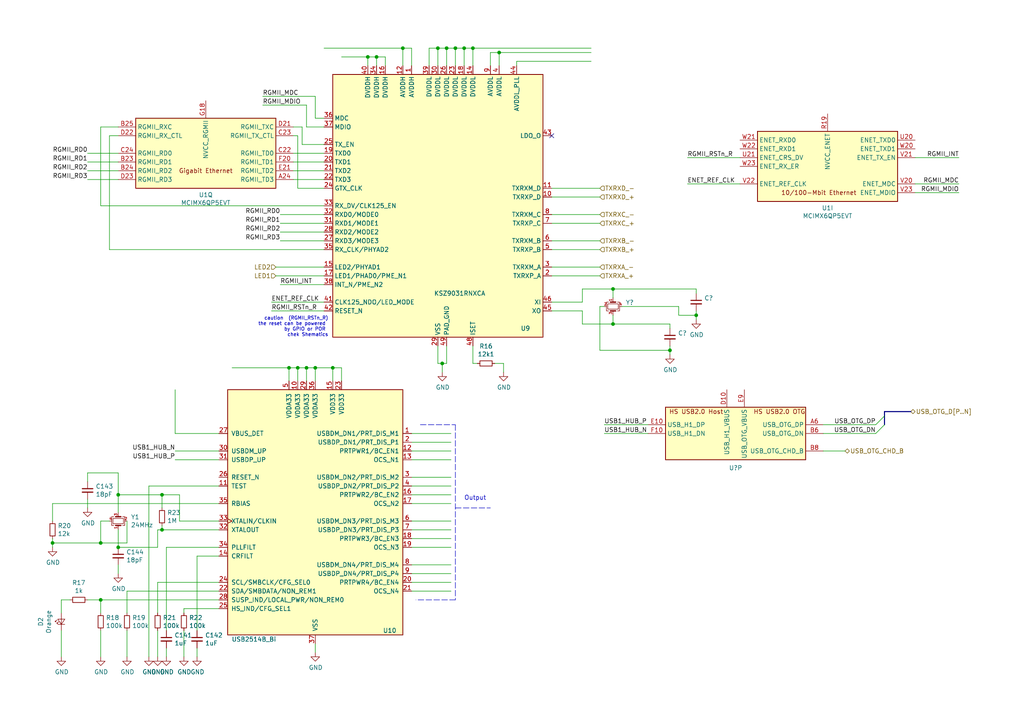
<source format=kicad_sch>
(kicad_sch (version 20211123) (generator eeschema)
  (paper "A4")
  (junction (at 29.21 173.99))
  (junction (at 134.62 13.97))
  (junction (at 132.08 13.97))
  (junction (at 29.21 157.48))
  (junction (at 116.84 13.97))
  (junction (at 46.99 153.67))
  (junction (at 194.31 101.6))
  (junction (at 137.16 13.97))
  (junction (at 88.9 106.68))
  (junction (at 109.22 16.51))
  (junction (at 129.54 13.97))
  (junction (at 86.36 106.68))
  (junction (at 96.52 106.68))
  (junction (at 127 13.97))
  (junction (at 177.8 83.82))
  (junction (at 34.29 158.75))
  (junction (at 201.93 91.44))
  (junction (at 177.8 93.98))
  (junction (at 15.24 157.48))
  (junction (at 144.78 15.24))
  (junction (at 91.44 106.68))
  (junction (at 34.29 143.51))
  (junction (at 106.68 16.51))
  (junction (at 83.82 106.68))
  (junction (at 128.27 105.41))
  (junction (at 46.99 143.51))
  (no_connect (at 160.02 39.37))
  (bus_entry (at 254 125.73) (size 2.54 -2.54))
  (bus_entry (at 254 123.19) (size 2.54 -2.54))
  (wire (pts (xy 83.82 106.68) (xy 67.31 106.68)))
  (bus (pts (xy 256.54 120.65) (xy 256.54 123.19)))
  (wire (pts (xy 144.78 19.05) (xy 144.78 15.24)))
  (wire (pts (xy 31.75 39.37) (xy 31.75 72.39)))
  (wire (pts (xy 93.98 82.55) (xy 81.28 82.55)))
  (wire (pts (xy 34.29 143.51) (xy 34.29 137.16)))
  (wire (pts (xy 134.62 19.05) (xy 134.62 13.97)))
  (wire (pts (xy 25.4 147.32) (xy 25.4 144.78)))
  (wire (pts (xy 119.38 163.83) (xy 130.81 163.83)))
  (wire (pts (xy 25.4 137.16) (xy 25.4 139.7)))
  (wire (pts (xy 34.29 166.37) (xy 34.29 163.83)))
  (wire (pts (xy 34.29 153.67) (xy 34.29 158.75)))
  (wire (pts (xy 63.5 161.29) (xy 57.15 161.29)))
  (wire (pts (xy 124.46 19.05) (xy 124.46 13.97)))
  (bus (pts (xy 256.54 119.38) (xy 264.16 119.38)))
  (wire (pts (xy 91.44 27.94) (xy 91.44 34.29)))
  (wire (pts (xy 265.43 45.72) (xy 278.13 45.72)))
  (wire (pts (xy 196.85 91.44) (xy 201.93 91.44)))
  (wire (pts (xy 17.78 177.8) (xy 17.78 173.99)))
  (wire (pts (xy 129.54 19.05) (xy 129.54 13.97)))
  (wire (pts (xy 119.38 128.27) (xy 130.81 128.27)))
  (wire (pts (xy 160.02 54.61) (xy 173.99 54.61)))
  (wire (pts (xy 91.44 106.68) (xy 91.44 110.49)))
  (wire (pts (xy 132.08 19.05) (xy 132.08 13.97)))
  (wire (pts (xy 119.38 166.37) (xy 130.81 166.37)))
  (wire (pts (xy 119.38 171.45) (xy 130.81 171.45)))
  (wire (pts (xy 187.96 125.73) (xy 175.26 125.73)))
  (wire (pts (xy 87.63 41.91) (xy 87.63 36.83)))
  (wire (pts (xy 201.93 91.44) (xy 201.93 90.17)))
  (wire (pts (xy 127 105.41) (xy 128.27 105.41)))
  (wire (pts (xy 45.72 190.5) (xy 45.72 182.88)))
  (wire (pts (xy 119.38 140.97) (xy 130.81 140.97)))
  (wire (pts (xy 45.72 177.8) (xy 45.72 168.91)))
  (wire (pts (xy 29.21 36.83) (xy 34.29 36.83)))
  (wire (pts (xy 78.74 87.63) (xy 93.98 87.63)))
  (wire (pts (xy 119.38 13.97) (xy 116.84 13.97)))
  (wire (pts (xy 238.76 130.81) (xy 245.11 130.81)))
  (wire (pts (xy 93.98 67.31) (xy 81.28 67.31)))
  (wire (pts (xy 88.9 36.83) (xy 88.9 30.48)))
  (wire (pts (xy 180.34 88.9) (xy 196.85 88.9)))
  (wire (pts (xy 194.31 93.98) (xy 194.31 95.25)))
  (polyline (pts (xy 132.08 123.19) (xy 132.08 173.99)))
  (wire (pts (xy 36.83 171.45) (xy 63.5 171.45)))
  (wire (pts (xy 29.21 190.5) (xy 29.21 182.88)))
  (wire (pts (xy 15.24 158.75) (xy 15.24 157.48)))
  (wire (pts (xy 34.29 39.37) (xy 31.75 39.37)))
  (wire (pts (xy 63.5 176.53) (xy 53.34 176.53)))
  (wire (pts (xy 127 100.33) (xy 127 105.41)))
  (wire (pts (xy 119.38 19.05) (xy 119.38 13.97)))
  (wire (pts (xy 93.98 62.23) (xy 81.28 62.23)))
  (wire (pts (xy 177.8 93.98) (xy 194.31 93.98)))
  (wire (pts (xy 46.99 152.4) (xy 46.99 153.67)))
  (wire (pts (xy 15.24 157.48) (xy 15.24 156.21)))
  (wire (pts (xy 93.98 46.99) (xy 85.09 46.99)))
  (wire (pts (xy 119.38 168.91) (xy 130.81 168.91)))
  (wire (pts (xy 15.24 146.05) (xy 15.24 151.13)))
  (wire (pts (xy 201.93 83.82) (xy 201.93 85.09)))
  (wire (pts (xy 88.9 110.49) (xy 88.9 106.68)))
  (wire (pts (xy 93.98 80.01) (xy 80.01 80.01)))
  (wire (pts (xy 17.78 173.99) (xy 20.32 173.99)))
  (wire (pts (xy 93.98 36.83) (xy 88.9 36.83)))
  (wire (pts (xy 238.76 123.19) (xy 254 123.19)))
  (wire (pts (xy 36.83 151.13) (xy 36.83 157.48)))
  (wire (pts (xy 34.29 49.53) (xy 25.4 49.53)))
  (wire (pts (xy 86.36 54.61) (xy 93.98 54.61)))
  (wire (pts (xy 111.76 19.05) (xy 111.76 16.51)))
  (wire (pts (xy 143.51 105.41) (xy 146.05 105.41)))
  (wire (pts (xy 25.4 173.99) (xy 29.21 173.99)))
  (wire (pts (xy 76.2 30.48) (xy 88.9 30.48)))
  (wire (pts (xy 83.82 110.49) (xy 83.82 106.68)))
  (wire (pts (xy 34.29 44.45) (xy 25.4 44.45)))
  (wire (pts (xy 34.29 143.51) (xy 34.29 148.59)))
  (wire (pts (xy 119.38 153.67) (xy 130.81 153.67)))
  (wire (pts (xy 168.91 93.98) (xy 177.8 93.98)))
  (wire (pts (xy 128.27 107.95) (xy 128.27 105.41)))
  (wire (pts (xy 45.72 168.91) (xy 63.5 168.91)))
  (wire (pts (xy 81.28 69.85) (xy 93.98 69.85)))
  (wire (pts (xy 127 13.97) (xy 129.54 13.97)))
  (wire (pts (xy 137.16 13.97) (xy 171.45 13.97)))
  (wire (pts (xy 63.5 125.73) (xy 50.8 125.73)))
  (wire (pts (xy 160.02 57.15) (xy 173.99 57.15)))
  (wire (pts (xy 85.09 44.45) (xy 93.98 44.45)))
  (wire (pts (xy 93.98 52.07) (xy 85.09 52.07)))
  (wire (pts (xy 96.52 110.49) (xy 96.52 106.68)))
  (wire (pts (xy 53.34 190.5) (xy 53.34 182.88)))
  (wire (pts (xy 52.07 143.51) (xy 46.99 143.51)))
  (wire (pts (xy 137.16 19.05) (xy 137.16 13.97)))
  (wire (pts (xy 45.72 153.67) (xy 45.72 158.75)))
  (wire (pts (xy 31.75 151.13) (xy 29.21 151.13)))
  (wire (pts (xy 57.15 161.29) (xy 57.15 182.88)))
  (wire (pts (xy 119.38 151.13) (xy 130.81 151.13)))
  (wire (pts (xy 265.43 53.34) (xy 278.13 53.34)))
  (wire (pts (xy 199.39 45.72) (xy 214.63 45.72)))
  (wire (pts (xy 187.96 123.19) (xy 175.26 123.19)))
  (wire (pts (xy 134.62 13.97) (xy 137.16 13.97)))
  (wire (pts (xy 175.26 88.9) (xy 173.99 88.9)))
  (wire (pts (xy 46.99 143.51) (xy 34.29 143.51)))
  (wire (pts (xy 85.09 39.37) (xy 86.36 39.37)))
  (wire (pts (xy 177.8 91.44) (xy 177.8 93.98)))
  (wire (pts (xy 45.72 153.67) (xy 46.99 153.67)))
  (wire (pts (xy 194.31 101.6) (xy 194.31 100.33)))
  (wire (pts (xy 160.02 90.17) (xy 168.91 90.17)))
  (wire (pts (xy 132.08 13.97) (xy 134.62 13.97)))
  (wire (pts (xy 31.75 72.39) (xy 93.98 72.39)))
  (wire (pts (xy 129.54 100.33) (xy 129.54 105.41)))
  (wire (pts (xy 46.99 153.67) (xy 63.5 153.67)))
  (wire (pts (xy 29.21 59.69) (xy 29.21 36.83)))
  (wire (pts (xy 34.29 46.99) (xy 25.4 46.99)))
  (wire (pts (xy 196.85 88.9) (xy 196.85 91.44)))
  (wire (pts (xy 85.09 49.53) (xy 93.98 49.53)))
  (wire (pts (xy 48.26 158.75) (xy 63.5 158.75)))
  (wire (pts (xy 177.8 86.36) (xy 177.8 83.82)))
  (wire (pts (xy 160.02 72.39) (xy 173.99 72.39)))
  (wire (pts (xy 119.38 138.43) (xy 130.81 138.43)))
  (wire (pts (xy 160.02 64.77) (xy 173.99 64.77)))
  (wire (pts (xy 106.68 19.05) (xy 106.68 16.51)))
  (wire (pts (xy 29.21 151.13) (xy 29.21 157.48)))
  (wire (pts (xy 52.07 151.13) (xy 52.07 143.51)))
  (wire (pts (xy 116.84 19.05) (xy 116.84 13.97)))
  (wire (pts (xy 29.21 173.99) (xy 63.5 173.99)))
  (wire (pts (xy 168.91 83.82) (xy 177.8 83.82)))
  (wire (pts (xy 160.02 69.85) (xy 173.99 69.85)))
  (wire (pts (xy 86.36 110.49) (xy 86.36 106.68)))
  (wire (pts (xy 36.83 190.5) (xy 36.83 182.88)))
  (wire (pts (xy 124.46 13.97) (xy 127 13.97)))
  (wire (pts (xy 238.76 125.73) (xy 254 125.73)))
  (wire (pts (xy 127 19.05) (xy 127 13.97)))
  (wire (pts (xy 83.82 106.68) (xy 86.36 106.68)))
  (wire (pts (xy 34.29 52.07) (xy 25.4 52.07)))
  (wire (pts (xy 91.44 34.29) (xy 93.98 34.29)))
  (wire (pts (xy 81.28 64.77) (xy 93.98 64.77)))
  (wire (pts (xy 29.21 157.48) (xy 15.24 157.48)))
  (wire (pts (xy 109.22 19.05) (xy 109.22 16.51)))
  (wire (pts (xy 29.21 177.8) (xy 29.21 173.99)))
  (wire (pts (xy 137.16 100.33) (xy 137.16 105.41)))
  (wire (pts (xy 168.91 87.63) (xy 168.91 83.82)))
  (wire (pts (xy 96.52 106.68) (xy 91.44 106.68)))
  (wire (pts (xy 142.24 15.24) (xy 144.78 15.24)))
  (wire (pts (xy 63.5 133.35) (xy 50.8 133.35)))
  (wire (pts (xy 119.38 158.75) (xy 130.81 158.75)))
  (wire (pts (xy 173.99 101.6) (xy 194.31 101.6)))
  (wire (pts (xy 119.38 156.21) (xy 130.81 156.21)))
  (wire (pts (xy 160.02 77.47) (xy 173.99 77.47)))
  (wire (pts (xy 88.9 106.68) (xy 91.44 106.68)))
  (wire (pts (xy 57.15 190.5) (xy 57.15 187.96)))
  (wire (pts (xy 87.63 41.91) (xy 93.98 41.91)))
  (polyline (pts (xy 132.08 173.99) (xy 120.65 173.99)))
  (polyline (pts (xy 121.92 123.19) (xy 132.08 123.19)))
  (wire (pts (xy 50.8 125.73) (xy 50.8 113.03)))
  (wire (pts (xy 63.5 146.05) (xy 15.24 146.05)))
  (wire (pts (xy 85.09 36.83) (xy 87.63 36.83)))
  (wire (pts (xy 142.24 19.05) (xy 142.24 15.24)))
  (wire (pts (xy 106.68 16.51) (xy 99.06 16.51)))
  (wire (pts (xy 34.29 137.16) (xy 25.4 137.16)))
  (wire (pts (xy 128.27 105.41) (xy 129.54 105.41)))
  (wire (pts (xy 278.13 55.88) (xy 265.43 55.88)))
  (wire (pts (xy 48.26 190.5) (xy 48.26 187.96)))
  (polyline (pts (xy 132.08 147.32) (xy 142.24 147.32)))
  (wire (pts (xy 76.2 27.94) (xy 91.44 27.94)))
  (wire (pts (xy 63.5 140.97) (xy 43.18 140.97)))
  (wire (pts (xy 63.5 151.13) (xy 52.07 151.13)))
  (wire (pts (xy 149.86 17.78) (xy 171.45 17.78)))
  (wire (pts (xy 17.78 190.5) (xy 17.78 182.88)))
  (wire (pts (xy 46.99 147.32) (xy 46.99 143.51)))
  (wire (pts (xy 86.36 39.37) (xy 86.36 54.61)))
  (wire (pts (xy 160.02 80.01) (xy 173.99 80.01)))
  (wire (pts (xy 149.86 19.05) (xy 149.86 17.78)))
  (wire (pts (xy 78.74 90.17) (xy 93.98 90.17)))
  (wire (pts (xy 173.99 88.9) (xy 173.99 101.6)))
  (wire (pts (xy 48.26 182.88) (xy 48.26 158.75)))
  (wire (pts (xy 86.36 106.68) (xy 88.9 106.68)))
  (wire (pts (xy 194.31 102.87) (xy 194.31 101.6)))
  (wire (pts (xy 119.38 130.81) (xy 130.81 130.81)))
  (wire (pts (xy 93.98 59.69) (xy 29.21 59.69)))
  (wire (pts (xy 199.39 53.34) (xy 214.63 53.34)))
  (wire (pts (xy 129.54 13.97) (xy 132.08 13.97)))
  (wire (pts (xy 137.16 105.41) (xy 138.43 105.41)))
  (wire (pts (xy 93.98 77.47) (xy 80.01 77.47)))
  (wire (pts (xy 34.29 158.75) (xy 45.72 158.75)))
  (wire (pts (xy 63.5 130.81) (xy 50.8 130.81)))
  (wire (pts (xy 160.02 87.63) (xy 168.91 87.63)))
  (wire (pts (xy 91.44 189.23) (xy 91.44 186.69)))
  (wire (pts (xy 168.91 90.17) (xy 168.91 93.98)))
  (wire (pts (xy 99.06 106.68) (xy 96.52 106.68)))
  (bus (pts (xy 256.54 119.38) (xy 256.54 120.65)))
  (wire (pts (xy 36.83 177.8) (xy 36.83 171.45)))
  (wire (pts (xy 116.84 13.97) (xy 93.98 13.97)))
  (wire (pts (xy 36.83 157.48) (xy 29.21 157.48)))
  (wire (pts (xy 111.76 16.51) (xy 109.22 16.51)))
  (wire (pts (xy 119.38 125.73) (xy 130.81 125.73)))
  (wire (pts (xy 119.38 146.05) (xy 130.81 146.05)))
  (wire (pts (xy 201.93 92.71) (xy 201.93 91.44)))
  (wire (pts (xy 144.78 15.24) (xy 171.45 15.24)))
  (wire (pts (xy 146.05 107.95) (xy 146.05 105.41)))
  (wire (pts (xy 109.22 16.51) (xy 106.68 16.51)))
  (wire (pts (xy 53.34 176.53) (xy 53.34 177.8)))
  (wire (pts (xy 119.38 133.35) (xy 130.81 133.35)))
  (wire (pts (xy 177.8 83.82) (xy 201.93 83.82)))
  (wire (pts (xy 119.38 143.51) (xy 130.81 143.51)))
  (wire (pts (xy 43.18 140.97) (xy 43.18 190.5)))
  (wire (pts (xy 160.02 62.23) (xy 173.99 62.23)))
  (wire (pts (xy 99.06 110.49) (xy 99.06 106.68)))
  (text "caution  (RGMII_RSTn_R)\nthe reset can be powered \nby GPIO or POR \nchek Shematics" (at 95.25 97.79 180) (effects (font (size 0.9906 0.9906)) (justify right bottom)))
  (text "Output\n\n" (at 134.62 147.32 0) (effects (font (size 1.27 1.27)) (justify left bottom)))
  (label "RGMII_MDC" (at 76.2 27.94 0))
  (label "USB1_HUB_N" (at 175.26 125.73 0))
  (label "RGMII_RSTn_R" (at 199.39 45.72 0))
  (label "USB_OTG_DP" (at 254 123.19 180))
  (label "RGMII_RD3" (at 25.4 52.07 180))
  (label "USB_OTG_DN" (at 254 125.73 180))
  (label "RGMII_RD0" (at 81.28 62.23 180))
  (label "RGMII_RD1" (at 81.28 64.77 180))
  (label "RGMII_MDC" (at 278.13 53.34 180))
  (label "RGMII_RD0" (at 25.4 44.45 180))
  (label "ENET_REF_CLK" (at 78.74 87.63 0))
  (label "RGMII_MDIO" (at 76.2 30.48 0))
  (label "RGMII_MDIO" (at 278.13 55.88 180))
  (label "ENET_REF_CLK" (at 199.39 53.34 0))
  (label "USB1_HUB_N" (at 50.8 130.81 180))
  (label "RGMII_RSTn_R" (at 78.74 90.17 0))
  (label "USB1_HUB_P" (at 175.26 123.19 0))
  (label "RGMII_INT" (at 81.28 82.55 0))
  (label "USB1_HUB_P" (at 50.8 133.35 180))
  (label "RGMII_RD2" (at 81.28 67.31 180))
  (label "RGMII_RD1" (at 25.4 46.99 180))
  (label "RGMII_RD3" (at 81.28 69.85 180))
  (label "RGMII_RD2" (at 25.4 49.53 180))
  (label "RGMII_INT" (at 278.13 45.72 180))
  (hierarchical_label "USB_OTG_CHD_B" (shape bidirectional) (at 245.11 130.81 0))
  (hierarchical_label "TXRXD_-" (shape input) (at 173.99 54.61 0))
  (hierarchical_label "LED2" (shape input) (at 80.01 77.47 180))
  (hierarchical_label "TXRXA_-" (shape input) (at 173.99 77.47 0))
  (hierarchical_label "TXRXA_+" (shape input) (at 173.99 80.01 0))
  (hierarchical_label "TXRXB_+" (shape input) (at 173.99 72.39 0))
  (hierarchical_label "LED1" (shape input) (at 80.01 80.01 180))
  (hierarchical_label "TXRXD_+" (shape input) (at 173.99 57.15 0))
  (hierarchical_label "TXRXC_-" (shape input) (at 173.99 62.23 0))
  (hierarchical_label "TXRXB_-" (shape input) (at 173.99 69.85 0))
  (hierarchical_label "USB_OTG_D[P..N]" (shape bidirectional) (at 264.16 119.38 0))
  (hierarchical_label "TXRXC_+" (shape input) (at 173.99 64.77 0))
  (symbol (lib_id "IMXDesign-rescue:MCIMX6QP5EVT-CPU_NXP_IMX") (at 240.03 48.26 0) (unit 9)
    (property "Reference" "U1" (at 240.03 60.325 0))
    (property "Value" "MCIMX6QP5EVT" (at 240.03 62.6364 0))
    (property "Footprint" "Package_BGA:BGA-624_21.0x21.0mm_Layout25x25_P0.8mm" (effects hide))
    (property "Datasheet" "https://www.nxp.com/docs/en/data-sheet/IMX6DQPCEC.pdf" (effects hide))
  )
  (symbol (lib_id "IMXDesign-rescue:MCIMX6QP5EVT-CPU_NXP_IMX") (at 213.36 125.73 0) (unit 16)
    (property "Reference" "U?" (at 213.36 135.7122 0))
    (property "Datasheet" "https://www.nxp.com/docs/en/data-sheet/IMX6DQPCEC.pdf" (effects hide))
  )
  (symbol (lib_id "IMXDesign-rescue:MCIMX6QP5EVT-CPU_NXP_IMX") (at 59.69 44.45 0) (unit 17)
    (property "Reference" "U1" (at 59.69 56.515 0))
    (property "Value" "MCIMX6QP5EVT" (at 59.69 58.8264 0))
    (property "Footprint" "Package_BGA:BGA-624_21.0x21.0mm_Layout25x25_P0.8mm" (effects hide))
    (property "Datasheet" "https://www.nxp.com/docs/en/data-sheet/IMX6DQPCEC.pdf" (effects hide))
  )
  (symbol (lib_id "IMXDesign-rescue:KSZ9031RNXCA-Interface_Ethernet") (at 127 59.69 0) (unit 1)
    (property "Reference" "U9" (at 152.4 95.25 0))
    (property "Value" "KSZ9031RNXCA" (at 133.35 85.09 0))
    (property "Footprint" "Package_DFN_QFN:QFN-48-1EP_7x7mm_P0.5mm_EP5.15x5.15mm" (effects hide))
    (property "Datasheet" "http://ww1.microchip.com/downloads/en/DeviceDoc/00002117C.pdf" (effects hide))
  )
  (symbol (lib_id "IMXDesign-rescue:GND-power") (at 91.44 189.23 0) (unit 1)
    (property "Reference" "#PWR0201" (effects hide))
    (property "Value" "GND" (at 91.567 193.6242 0))
  )
  (symbol (lib_id "IMXDesign-rescue:GND-power") (at 128.27 107.95 0) (unit 1)
    (property "Reference" "#PWR0199" (effects hide))
    (property "Value" "GND" (at 128.397 112.3442 0))
  )
  (symbol (lib_id "IMXDesign-rescue:R_Small-Device") (at 140.97 105.41 90) (unit 1)
    (property "Reference" "R16" (at 140.97 100.4316 90))
    (property "Value" "12k1" (at 140.97 102.743 90))
    (property "Footprint" "Resistor_SMD:R_0201_0603Metric" (effects hide))
  )
  (symbol (lib_id "IMXDesign-rescue:GND-power") (at 146.05 107.95 0) (unit 1)
    (property "Reference" "#PWR0200" (effects hide))
    (property "Value" "GND" (at 146.177 112.3442 0))
  )
  (symbol (lib_id "IMXDesign-rescue:USB2514B_Bi-Interface_USB") (at 91.44 148.59 0) (unit 1)
    (property "Reference" "U10" (at 113.03 182.88 0))
    (property "Value" "USB2514B_Bi" (at 73.66 185.42 0))
    (property "Footprint" "Package_DFN_QFN:QFN-36-1EP_6x6mm_P0.5mm_EP3.7x3.7mm" (effects hide))
    (property "Datasheet" "http://ww1.microchip.com/downloads/en/DeviceDoc/00001692C.pdf" (effects hide))
  )
  (symbol (lib_id "IMXDesign-rescue:C_Small-Device") (at 57.15 185.42 0) (unit 1)
    (property "Reference" "C142" (at 59.4868 184.2516 0) (effects (justify left)))
    (property "Value" "1uF" (at 59.4868 186.563 0) (effects (justify left)))
    (property "Footprint" "Capacitor_SMD:C_0402_1005Metric" (effects hide))
  )
  (symbol (lib_id "IMXDesign-rescue:C_Small-Device") (at 48.26 185.42 0) (unit 1)
    (property "Reference" "C141" (at 50.5968 184.2516 0) (effects (justify left)))
    (property "Value" "1uF" (at 50.5968 186.563 0) (effects (justify left)))
    (property "Footprint" "Capacitor_SMD:C_0402_1005Metric" (effects hide))
  )
  (symbol (lib_id "IMXDesign-rescue:GND-power") (at 57.15 190.5 0) (unit 1)
    (property "Reference" "#PWR0202" (effects hide))
    (property "Value" "GND" (at 57.277 194.8942 0))
  )
  (symbol (lib_id "IMXDesign-rescue:GND-power") (at 48.26 190.5 0) (unit 1)
    (property "Reference" "#PWR0203" (effects hide))
    (property "Value" "GND" (at 48.387 194.8942 0))
  )
  (symbol (lib_id "IMXDesign-rescue:GND-power") (at 43.18 190.5 0) (unit 1)
    (property "Reference" "#PWR0204" (effects hide))
    (property "Value" "GND" (at 43.307 194.8942 0))
  )
  (symbol (lib_id "IMXDesign-rescue:R_Small-Device") (at 36.83 180.34 0) (unit 1)
    (property "Reference" "R19" (at 38.3286 179.1716 0) (effects (justify left)))
    (property "Value" "100k" (at 38.3286 181.483 0) (effects (justify left)))
    (property "Footprint" "Resistor_SMD:R_0201_0603Metric" (effects hide))
  )
  (symbol (lib_id "IMXDesign-rescue:GND-power") (at 36.83 190.5 0) (unit 1)
    (property "Reference" "#PWR0205" (effects hide))
    (property "Value" "GND" (at 36.957 194.8942 0))
  )
  (symbol (lib_id "IMXDesign-rescue:R_Small-Device") (at 29.21 180.34 0) (unit 1)
    (property "Reference" "R18" (at 30.7086 179.1716 0) (effects (justify left)))
    (property "Value" "100k" (at 30.7086 181.483 0) (effects (justify left)))
    (property "Footprint" "Resistor_SMD:R_0201_0603Metric" (effects hide))
  )
  (symbol (lib_id "IMXDesign-rescue:GND-power") (at 29.21 190.5 0) (unit 1)
    (property "Reference" "#PWR0206" (effects hide))
    (property "Value" "GND" (at 29.337 194.8942 0))
  )
  (symbol (lib_id "IMXDesign-rescue:Crystal_GND24_Small-Device") (at 177.8 88.9 270) (unit 1)
    (property "Reference" "Y?" (at 181.4576 87.7316 90) (effects (justify left)))
  )
  (symbol (lib_id "IMXDesign-rescue:C_Small-Device") (at 201.93 87.63 0) (unit 1)
    (property "Reference" "C?" (at 204.2668 86.4616 0) (effects (justify left)))
  )
  (symbol (lib_id "IMXDesign-rescue:GND-power") (at 201.93 92.71 0) (unit 1)
    (property "Reference" "#PWR?" (effects hide))
  )
  (symbol (lib_id "IMXDesign-rescue:GND-power") (at 194.31 102.87 0) (unit 1)
    (property "Reference" "#PWR?" (effects hide))
  )
  (symbol (lib_id "IMXDesign-rescue:C_Small-Device") (at 194.31 97.79 0) (unit 1)
    (property "Reference" "C?" (at 196.6468 96.6216 0) (effects (justify left)))
  )
  (symbol (lib_id "IMXDesign-rescue:LED_Small-Device") (at 17.78 180.34 90) (unit 1)
    (property "Reference" "D2" (at 11.811 180.34 0))
    (property "Value" "Orange" (at 14.1224 180.34 0))
    (property "Footprint" "Resistor_SMD:R_0402_1005Metric" (effects hide))
  )
  (symbol (lib_id "IMXDesign-rescue:R_Small-Device") (at 22.86 173.99 90) (unit 1)
    (property "Reference" "R17" (at 22.86 169.0116 90))
    (property "Value" "1k" (at 22.86 171.323 90))
    (property "Footprint" "Resistor_SMD:R_0201_0603Metric" (effects hide))
  )
  (symbol (lib_id "IMXDesign-rescue:GND-power") (at 17.78 190.5 0) (unit 1)
    (property "Reference" "#PWR0207" (effects hide))
    (property "Value" "GND" (at 17.907 194.8942 0))
  )
  (symbol (lib_id "IMXDesign-rescue:R_Small-Device") (at 15.24 153.67 0) (unit 1)
    (property "Reference" "R20" (at 16.7386 152.5016 0) (effects (justify left)))
    (property "Value" "12k" (at 16.7386 154.813 0) (effects (justify left)))
    (property "Footprint" "Resistor_SMD:R_0201_0603Metric" (effects hide))
  )
  (symbol (lib_id "IMXDesign-rescue:GND-power") (at 15.24 158.75 0) (unit 1)
    (property "Reference" "#PWR0208" (effects hide))
    (property "Value" "GND" (at 15.367 163.1442 0))
  )
  (symbol (lib_id "IMXDesign-rescue:R_Small-Device") (at 53.34 180.34 0) (unit 1)
    (property "Reference" "R22" (at 54.8386 179.1716 0) (effects (justify left)))
    (property "Value" "100k" (at 54.8386 181.483 0) (effects (justify left)))
    (property "Footprint" "Resistor_SMD:R_0201_0603Metric" (effects hide))
  )
  (symbol (lib_id "IMXDesign-rescue:GND-power") (at 53.34 190.5 0) (unit 1)
    (property "Reference" "#PWR0209" (effects hide))
    (property "Value" "GND" (at 53.467 194.8942 0))
  )
  (symbol (lib_id "IMXDesign-rescue:R_Small-Device") (at 45.72 180.34 0) (unit 1)
    (property "Reference" "R21" (at 47.2186 179.1716 0) (effects (justify left)))
    (property "Value" "100k" (at 47.2186 181.483 0) (effects (justify left)))
    (property "Footprint" "Resistor_SMD:R_0201_0603Metric" (effects hide))
  )
  (symbol (lib_id "IMXDesign-rescue:GND-power") (at 45.72 190.5 0) (unit 1)
    (property "Reference" "#PWR0210" (effects hide))
    (property "Value" "GND" (at 45.847 194.8942 0))
  )
  (symbol (lib_id "IMXDesign-rescue:Crystal_GND24_Small-Device") (at 34.29 151.13 90) (unit 1)
    (property "Reference" "Y1" (at 37.9476 149.9616 90) (effects (justify right)))
    (property "Value" "24MHz" (at 37.9476 152.273 90) (effects (justify right)))
    (property "Footprint" "Crystal:Crystal_SMD_3225-4Pin_3.2x2.5mm_HandSoldering" (effects hide))
  )
  (symbol (lib_id "IMXDesign-rescue:R_Small-Device") (at 46.99 149.86 0) (unit 1)
    (property "Reference" "R23" (at 48.4886 148.6916 0) (effects (justify left)))
    (property "Value" "1M" (at 48.4886 151.003 0) (effects (justify left)))
    (property "Footprint" "Resistor_SMD:R_0201_0603Metric" (effects hide))
  )
  (symbol (lib_id "IMXDesign-rescue:C_Small-Device") (at 25.4 142.24 0) (unit 1)
    (property "Reference" "C143" (at 27.7368 141.0716 0) (effects (justify left)))
    (property "Value" "18pF" (at 27.7368 143.383 0) (effects (justify left)))
    (property "Footprint" "Capacitor_SMD:C_0201_0603Metric" (effects hide))
  )
  (symbol (lib_id "IMXDesign-rescue:GND-power") (at 25.4 147.32 0) (unit 1)
    (property "Reference" "#PWR0212" (effects hide))
    (property "Value" "GND" (at 25.527 151.7142 0))
  )
  (symbol (lib_id "IMXDesign-rescue:C_Small-Device") (at 34.29 161.29 0) (unit 1)
    (property "Reference" "C144" (at 36.6268 160.1216 0) (effects (justify left)))
    (property "Value" "18pF" (at 36.6268 162.433 0) (effects (justify left)))
    (property "Footprint" "Capacitor_SMD:C_0201_0603Metric" (effects hide))
  )
  (symbol (lib_id "IMXDesign-rescue:GND-power") (at 34.29 166.37 0) (unit 1)
    (property "Reference" "#PWR0211" (effects hide))
    (property "Value" "GND" (at 34.417 170.7642 0))
  )
)
</source>
